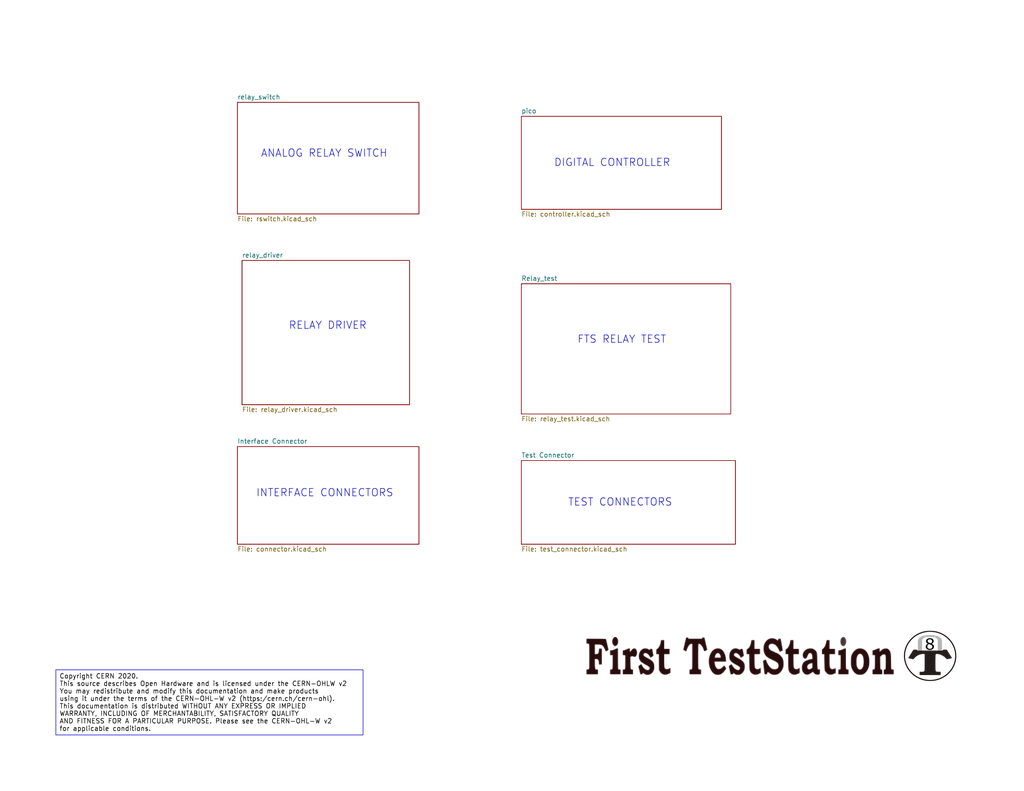
<source format=kicad_sch>
(kicad_sch (version 20230121) (generator eeschema)
  (paper "A")
  (title_block (title "FIRST TEST STATION SELFTEST BOARD 640-1010-020") (date "2023-10-01") (rev "2.0"))
  (lib_symbols)
  (image (at 201.93 179.07) (scale 2.13772))
  (image (at 254 179.07))
  (text_box "Copyright CERN 2020.\nThis source describes Open Hardware and is licensed under the CERN-OHLW v2\nYou may redistribute and modify this documentation and make products\nusing it under the terms of the CERN-OHL-W v2 (https:/cern.ch/cern-ohl).\nThis documentation is distributed WITHOUT ANY EXPRESS OR IMPLIED\nWARRANTY, INCLUDING OF MERCHANTABILITY, SATISFACTORY QUALITY\nAND FITNESS FOR A PARTICULAR PURPOSE. Please see the CERN-OHL-W v2\nfor applicable conditions.\n" (at 15.24 182.88 0) (size 83.82 17.78) (effects (font (size 1.27 1.27)) (justify left top)))
  (text "DIGITAL CONTROLLER" (at 151.13 45.72 0) (effects (font (size 2.032 2.032)) (justify left bottom)))
  (text "INTERFACE CONNECTORS" (at 69.85 135.89 0) (effects (font (size 2.032 2.032)) (justify left bottom)))
  (text "FTS RELAY TEST" (at 157.48 93.98 0) (effects (font (size 2.032 2.032)) (justify left bottom)))
  (text "RELAY DRIVER" (at 78.74 90.17 0) (effects (font (size 2.032 2.032)) (justify left bottom)))
  (text "TEST CONNECTORS" (at 154.94 138.43 0) (effects (font (size 2.032 2.032)) (justify left bottom)))
  (text "ANALOG RELAY SWITCH" (at 71.12 43.18 0) (effects (font (size 2.032 2.032)) (justify left bottom)))
  (sheet (at 64.77 27.94) (size 49.53 30.48) (stroke (width 0.1524))
    (property "Sheetname" "relay_switch" (at 64.77 27.2284 0) (effects (justify left bottom)))
    (property "Sheetfile" "rswitch.kicad_sch" (at 64.77 59.0046 0) (effects (justify left top)))
  )
  (sheet (at 142.24 31.75) (size 54.61 25.4) (stroke (width 0.1524))
    (property "Sheetname" "pico" (at 142.24 31.0384 0) (effects (justify left bottom)))
    (property "Sheetfile" "controller.kicad_sch" (at 142.24 57.7346 0) (effects (justify left top)))
  )
  (sheet (at 66.04 71.12) (size 45.72 39.37) (stroke (width 0.1524))
    (property "Sheetname" "relay_driver" (at 66.04 70.4084 0) (effects (justify left bottom)))
    (property "Sheetfile" "relay_driver.kicad_sch" (at 66.04 111.0746 0) (effects (justify left top)))
  )
  (sheet (at 142.24 125.73) (size 58.42 22.86) (stroke (width 0.1524))
    (property "Sheetname" "Test Connector" (at 142.24 125.0184 0) (effects (justify left bottom)))
    (property "Sheetfile" "test_connector.kicad_sch" (at 142.24 149.1746 0) (effects (justify left top)))
  )
  (sheet (at 64.77 121.92) (size 49.53 26.67) (stroke (width 0.1524))
    (property "Sheetname" "Interface Connector" (at 64.77 121.2084 0) (effects (justify left bottom)))
    (property "Sheetfile" "connector.kicad_sch" (at 64.77 149.1746 0) (effects (justify left top)))
  )
  (sheet (at 142.24 77.47) (size 57.15 35.56) (stroke (width 0.1524))
    (property "Sheetname" "Relay_test" (at 142.24 76.7584 0) (effects (justify left bottom)))
    (property "Sheetfile" "relay_test.kicad_sch" (at 142.24 113.6146 0) (effects (justify left top)))
  )
)
</source>
